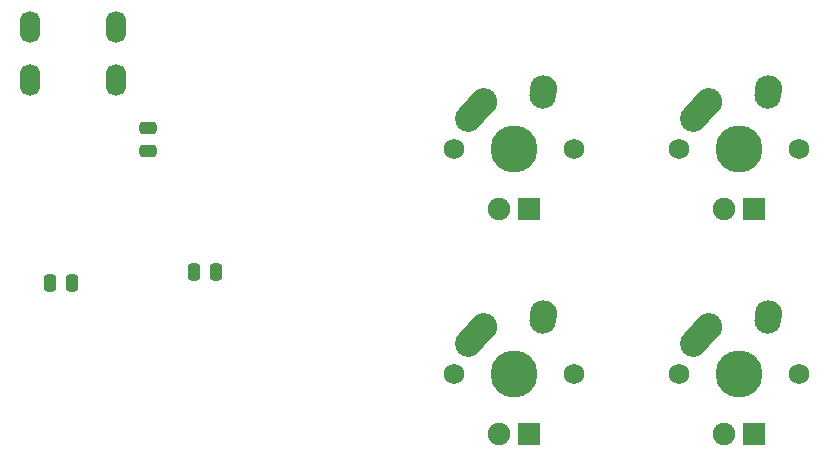
<source format=gbr>
%TF.GenerationSoftware,KiCad,Pcbnew,7.0.5-0*%
%TF.CreationDate,2023-07-02T04:04:51-04:00*%
%TF.ProjectId,Tutorial,5475746f-7269-4616-9c2e-6b696361645f,rev?*%
%TF.SameCoordinates,Original*%
%TF.FileFunction,Soldermask,Bot*%
%TF.FilePolarity,Negative*%
%FSLAX46Y46*%
G04 Gerber Fmt 4.6, Leading zero omitted, Abs format (unit mm)*
G04 Created by KiCad (PCBNEW 7.0.5-0) date 2023-07-02 04:04:51*
%MOMM*%
%LPD*%
G01*
G04 APERTURE LIST*
G04 Aperture macros list*
%AMRoundRect*
0 Rectangle with rounded corners*
0 $1 Rounding radius*
0 $2 $3 $4 $5 $6 $7 $8 $9 X,Y pos of 4 corners*
0 Add a 4 corners polygon primitive as box body*
4,1,4,$2,$3,$4,$5,$6,$7,$8,$9,$2,$3,0*
0 Add four circle primitives for the rounded corners*
1,1,$1+$1,$2,$3*
1,1,$1+$1,$4,$5*
1,1,$1+$1,$6,$7*
1,1,$1+$1,$8,$9*
0 Add four rect primitives between the rounded corners*
20,1,$1+$1,$2,$3,$4,$5,0*
20,1,$1+$1,$4,$5,$6,$7,0*
20,1,$1+$1,$6,$7,$8,$9,0*
20,1,$1+$1,$8,$9,$2,$3,0*%
%AMHorizOval*
0 Thick line with rounded ends*
0 $1 width*
0 $2 $3 position (X,Y) of the first rounded end (center of the circle)*
0 $4 $5 position (X,Y) of the second rounded end (center of the circle)*
0 Add line between two ends*
20,1,$1,$2,$3,$4,$5,0*
0 Add two circle primitives to create the rounded ends*
1,1,$1,$2,$3*
1,1,$1,$4,$5*%
G04 Aperture macros list end*
%ADD10C,1.750000*%
%ADD11C,3.987800*%
%ADD12HorizOval,2.250000X0.655008X0.729993X-0.655008X-0.729993X0*%
%ADD13C,2.250000*%
%ADD14HorizOval,2.250000X0.020004X0.290000X-0.020004X-0.290000X0*%
%ADD15C,1.905000*%
%ADD16R,1.905000X1.905000*%
%ADD17O,1.700000X2.700000*%
%ADD18RoundRect,0.250000X0.475000X-0.250000X0.475000X0.250000X-0.475000X0.250000X-0.475000X-0.250000X0*%
%ADD19RoundRect,0.250000X0.250000X0.475000X-0.250000X0.475000X-0.250000X-0.475000X0.250000X-0.475000X0*%
%ADD20RoundRect,0.250000X-0.250000X-0.475000X0.250000X-0.475000X0.250000X0.475000X-0.250000X0.475000X0*%
G04 APERTURE END LIST*
D10*
%TO.C,MX1*%
X107632500Y-49212500D03*
D11*
X112712500Y-49212500D03*
D10*
X117792500Y-49212500D03*
D12*
X109557508Y-45942507D03*
D13*
X110212500Y-45212500D03*
D14*
X115232504Y-44422500D03*
D13*
X115252500Y-44132500D03*
D15*
X111442500Y-54292500D03*
D16*
X113982500Y-54292500D03*
%TD*%
D10*
%TO.C,MX2*%
X126682500Y-49212500D03*
D11*
X131762500Y-49212500D03*
D10*
X136842500Y-49212500D03*
D12*
X128607508Y-45942507D03*
D13*
X129262500Y-45212500D03*
D14*
X134282504Y-44422500D03*
D13*
X134302500Y-44132500D03*
D15*
X130492500Y-54292500D03*
D16*
X133032500Y-54292500D03*
%TD*%
D10*
%TO.C,MX3*%
X107632500Y-68262500D03*
D11*
X112712500Y-68262500D03*
D10*
X117792500Y-68262500D03*
D12*
X109557508Y-64992507D03*
D13*
X110212500Y-64262500D03*
D14*
X115232504Y-63472500D03*
D13*
X115252500Y-63182500D03*
D15*
X111442500Y-73342500D03*
D16*
X113982500Y-73342500D03*
%TD*%
D10*
%TO.C,MX4*%
X126682500Y-68262500D03*
D11*
X131762500Y-68262500D03*
D10*
X136842500Y-68262500D03*
D12*
X128607508Y-64992507D03*
D13*
X129262500Y-64262500D03*
D14*
X134282504Y-63472500D03*
D13*
X134302500Y-63182500D03*
D15*
X130492500Y-73342500D03*
D16*
X133032500Y-73342500D03*
%TD*%
D17*
%TO.C,USB1*%
X79056250Y-38893750D03*
X71756250Y-38893750D03*
X79056250Y-43393750D03*
X71756250Y-43393750D03*
%TD*%
D18*
%TO.C,C5*%
X81756250Y-49368750D03*
X81756250Y-47468750D03*
%TD*%
D19*
%TO.C,C1*%
X75350000Y-60600000D03*
X73450000Y-60600000D03*
%TD*%
D20*
%TO.C,C4*%
X85650000Y-59600000D03*
X87550000Y-59600000D03*
%TD*%
M02*

</source>
